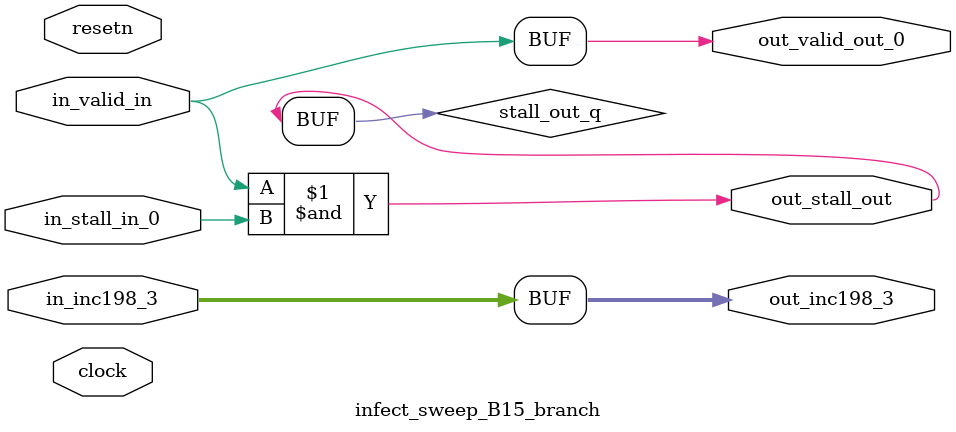
<source format=sv>



(* altera_attribute = "-name AUTO_SHIFT_REGISTER_RECOGNITION OFF; -name MESSAGE_DISABLE 10036; -name MESSAGE_DISABLE 10037; -name MESSAGE_DISABLE 14130; -name MESSAGE_DISABLE 14320; -name MESSAGE_DISABLE 15400; -name MESSAGE_DISABLE 14130; -name MESSAGE_DISABLE 10036; -name MESSAGE_DISABLE 12020; -name MESSAGE_DISABLE 12030; -name MESSAGE_DISABLE 12010; -name MESSAGE_DISABLE 12110; -name MESSAGE_DISABLE 14320; -name MESSAGE_DISABLE 13410; -name MESSAGE_DISABLE 113007; -name MESSAGE_DISABLE 10958" *)
module infect_sweep_B15_branch (
    input wire [31:0] in_inc198_3,
    input wire [0:0] in_stall_in_0,
    input wire [0:0] in_valid_in,
    output wire [31:0] out_inc198_3,
    output wire [0:0] out_stall_out,
    output wire [0:0] out_valid_out_0,
    input wire clock,
    input wire resetn
    );

    wire [0:0] stall_out_q;


    // out_inc198_3(GPOUT,5)
    assign out_inc198_3 = in_inc198_3;

    // stall_out(LOGICAL,8)
    assign stall_out_q = in_valid_in & in_stall_in_0;

    // out_stall_out(GPOUT,6)
    assign out_stall_out = stall_out_q;

    // out_valid_out_0(GPOUT,7)
    assign out_valid_out_0 = in_valid_in;

endmodule

</source>
